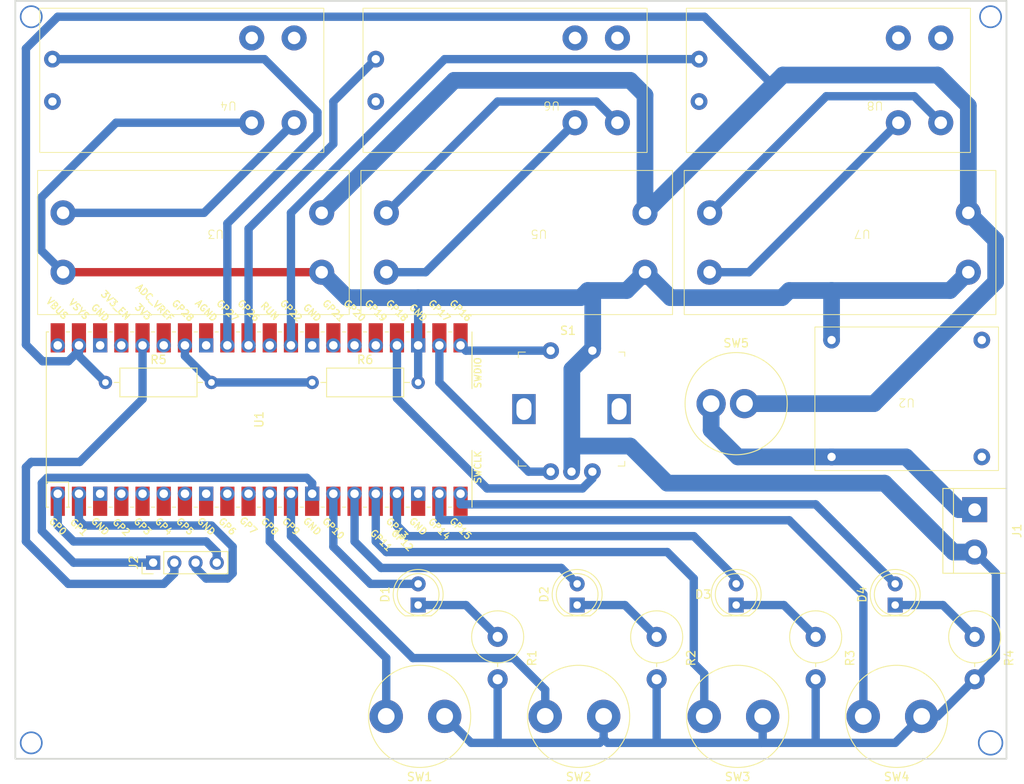
<source format=kicad_pcb>
(kicad_pcb (version 20221018) (generator pcbnew)
  (title_block (title "Drumkit") (date "2024-03-25") (rev "1"))
  (layers (0 "F.Cu" signal) (31 "B.Cu" signal) (34 "B.Paste" user) (35 "F.Paste" user) (36 "B.SilkS" user "B.Silkscreen") (37 "F.SilkS" user "F.Silkscreen") (38 "B.Mask" user) (39 "F.Mask" user) (44 "Edge.Cuts" user))
  (net 0 "")
  (net 1 "Net-(D1-K)")
  (net 2 "Net-(D2-K)")
  (net 3 "Net-(D3-K)")
  (net 4 "Net-(D4-K)")
  (net 5 "Net-(D4-A)")
  (net 6 "Net-(J1-Pin_1)")
  (net 7 "+BATT")
  (net 8 "GND")
  (net 10 "Net-(S1-CH_A)")
  (net 11 "Net-(S1-CH_B)")
  (net 12 "Net-(J2-Pin_4)")
  (net 13 "Net-(J2-Pin_3)")
  (net 14 "+3V3")
  (net 15 "Net-(U1-GPIO27_ADC1)")
  (net 25 "Net-(U1-GPIO26_ADC0)")
  (net 27 "Net-(U1-GPIO22)")
  (net 30 "Net-(U1-GPIO28_ADC2)")
  (net 36 "Net-(U3-Out+)")
  (net 40 "Net-(U5-Out-)")
  (net 41 "Net-(U5-Out+)")
  (net 45 "Net-(U7-Out-)")
  (net 46 "Net-(U7-Out+)")
  (net 51 "Net-(U1-GPIO16)")
  (net 54 "Net-(D1-A)")
  (net 55 "Net-(D2-A)")
  (net 56 "Net-(D3-A)")
  (net 57 "Net-(U1-GPIO8)")
  (net 58 "Net-(U1-GPIO12)")
  (net 59 "Net-(U1-GPIO14)")
  (net 61 "Net-(U1-GPIO9)")
  (net 62 "Net-(J2-Pin_1)")
  (footprint "MCU_RaspberryPi_and_Boards:RPi_Pico_SMD_TH" (layer "F.Cu") (at 114.3 68.58 90)
    (fp_text reference "U1" (at 0 0 90) (layer "F.SilkS"))
    (fp_text value "Pico")
    (fp_text user "GP22" (at 13.054 3.81 135) (layer "F.SilkS") (effects (font (size 0.8 0.8))))
    (fp_text user "GND" (at -12.8 6.35 135) (layer "F.SilkS") (effects (font (size 0.8 0.8))))
    (fp_text user "GP15" (at -13.054 24.13 135) (layer "F.SilkS") (effects (font (size 0.8 0.8))))
    (fp_text user "GP9" (at -12.8 3.81 135) (layer "F.SilkS") (effects (font (size 0.8 0.8))))
    (fp_text user "GP28" (at 13.054 -9.144 135) (layer "F.SilkS") (effects (font (size 0.8 0.8))))
    (fp_text user "3V3_EN" (at 13.7 -17.2 135) (layer "F.SilkS") (effects (font (size 0.8 0.8))))
    (fp_text user "VSYS" (at 13.2 -21.59 135) (layer "F.SilkS") (effects (font (size 0.8 0.8))))
    (fp_text user "GND" (at 12.8 -19.05 135) (layer "F.SilkS") (effects (font (size 0.8 0.8))))
    (fp_text user "GP14" (at -13.1 21.59 135) (layer "F.SilkS") (effects (font (size 0.8 0.8))))
    (fp_text user "GP16" (at 13.054 24.13 135) (layer "F.SilkS") (effects (font (size 0.8 0.8))))
    (fp_text user "GND" (at -12.8 19.05 135) (layer "F.SilkS") (effects (font (size 0.8 0.8))))
    (fp_text user "AGND" (at 13.054 -6.35 135) (layer "F.SilkS") (effects (font (size 0.8 0.8))))
    (fp_text user "GP7" (at -12.7 -1.3 135) (layer "F.SilkS") (effects (font (size 0.8 0.8))))
    (fp_text user "GP0" (at -12.8 -24.13 135) (layer "F.SilkS") (effects (font (size 0.8 0.8))))
    (fp_text user "SWCLK" (at -5.7 26.2 90) (layer "F.SilkS") (effects (font (size 0.8 0.8))))
    (fp_text user "GP21" (at 13.054 8.9 135) (layer "F.SilkS") (effects (font (size 0.8 0.8))))
    (fp_text user "SWDIO" (at 5.6 26.2 90) (layer "F.SilkS") (effects (font (size 0.8 0.8))))
    (fp_text user "GND" (at -12.8 -6.35 135) (layer "F.SilkS") (effects (font (size 0.8 0.8))))
    (fp_text user "GP6" (at -12.8 -3.81 135) (layer "F.SilkS") (effects (font (size 0.8 0.8))))
    (fp_text user "GP17" (at 13.054 21.59 135) (layer "F.SilkS") (effects (font (size 0.8 0.8))))
    (fp_text user "GP18" (at 13.054 16.51 135) (layer "F.SilkS") (effects (font (size 0.8 0.8))))
    (fp_text user "GP12" (at -14.47 17.145 135) (layer "F.SilkS") (effects (font (size 0.8 0.8))))
    (fp_text user "GP20" (at 13.054 11.43 135) (layer "F.SilkS") (effects (font (size 0.8 0.8))))
    (fp_text user "GP11" (at -14.47 14.605 135) (layer "F.SilkS") (effects (font (size 0.8 0.8))))
    (fp_text user "GP10" (at -13.054 8.89 135) (layer "F.SilkS") (effects (font (size 0.8 0.8))))
    (fp_text user "ADC_VREF" (at 14 -12.5 135) (layer "F.SilkS") (effects (font (size 0.8 0.8))))
    (fp_text user "GP4" (at -12.8 -11.43 135) (layer "F.SilkS") (effects (font (size 0.8 0.8))))
    (fp_text user "GP13" (at -13.054 16.51 135) (layer "F.SilkS") (effects (font (size 0.8 0.8))))
    (fp_text user "GP19" (at 13.054 13.97 135) (layer "F.SilkS") (effects (font (size 0.8 0.8))))
    (fp_text user "GP5" (at -12.8 -8.89 135) (layer "F.SilkS") (effects (font (size 0.8 0.8))))
    (fp_text user "GP2" (at -12.9 -16.51 135) (layer "F.SilkS") (effects (font (size 0.8 0.8))))
    (fp_text user "GP3" (at -12.8 -13.97 135) (layer "F.SilkS") (effects (font (size 0.8 0.8))))
    (fp_text user "GP27" (at 13.054 -3.8 135) (layer "F.SilkS") (effects (font (size 0.8 0.8))))
    (fp_text user "GND" (at 12.8 6.35 135) (layer "F.SilkS") (effects (font (size 0.8 0.8))))
    (fp_text user "VBUS" (at 13.3 -24.2 135) (layer "F.SilkS") (effects (font (size 0.8 0.8))))
    (fp_text user "GND" (at 12.8 19.05 135) (layer "F.SilkS") (effects (font (size 0.8 0.8))))
    (fp_text user "GP26" (at 13.054 -1.27 135) (layer "F.SilkS") (effects (font (size 0.8 0.8))))
    (fp_text user "GND" (at -12.8 -19.05 135) (layer "F.SilkS") (effects (font (size 0.8 0.8))))
    (fp_text user "RUN" (at 13 1.27 135) (layer "F.SilkS") (effects (font (size 0.8 0.8))))
    (fp_text user "GP1" (at -12.9 -21.6 135) (layer "F.SilkS") (effects (font (size 0.8 0.8))))
    (fp_text user "GP8" (at -12.8 1.27 135) (layer "F.SilkS") (effects (font (size 0.8 0.8))))
    (fp_text user "3V3" (at 12.9 -13.9 135) (layer "F.SilkS") (effects (font (size 0.8 0.8))))
    (pad "" np_thru_hole oval (at -2.725 -24 90) (size 1.8 1.8) (drill 1.8) (layers "*.Cu" "*.Mask"))
    (pad "" np_thru_hole oval (at -2.425 -20.97 90) (size 1.5 1.5) (drill 1.5) (layers "*.Cu" "*.Mask"))
    (pad "" np_thru_hole oval (at 2.425 -20.97 90) (size 1.5 1.5) (drill 1.5) (layers "*.Cu" "*.Mask"))
    (pad "" np_thru_hole oval (at 2.725 -24 90) (size 1.8 1.8) (drill 1.8) (layers "*.Cu" "*.Mask"))
    (pad "1" thru_hole oval (at -8.89 -24.13 90) (size 1.7 1.7) (drill 1.02) (layers "*.Cu" "*.Mask") (net 12 "Net-(J2-Pin_4)"))
    (pad "1" smd rect (at -8.89 -24.13 90) (size 3.5 1.7) (drill (offset -0.9 0)) (layers "F.Cu" "F.Mask") (net 12 "Net-(J2-Pin_4)"))
    (pad "2" thru_hole oval (at -8.89 -21.59 90) (size 1.7 1.7) (drill 1.02) (layers "*.Cu" "*.Mask") (net 13 "Net-(J2-Pin_3)"))
    (pad "2" smd rect (at -8.89 -21.59 90) (size 3.5 1.7) (drill (offset -0.9 0)) (layers "F.Cu" "F.Mask") (net 13 "Net-(J2-Pin_3)"))
    (pad "3" thru_hole rect (at -8.89 -19.05 90) (size 1.7 1.7) (drill 1.02) (layers "*.Cu" "*.Mask"))
    (pad "3" smd rect (at -8.89 -19.05 90) (size 3.5 1.7) (drill (offset -0.9 0)) (layers "F.Cu" "F.Mask"))
    (pad "4" thru_hole oval (at -8.89 -16.51 90) (size 1.7 1.7) (drill 1.02) (layers "*.Cu" "*.Mask"))
    (pad "4" smd rect (at -8.89 -16.51 90) (size 3.5 1.7) (drill (offset -0.9 0)) (layers "F.Cu" "F.Mask"))
    (pad "5" thru_hole oval (at -8.89 -13.97 90) (size 1.7 1.7) (drill 1.02) (layers "*.Cu" "*.Mask"))
    (pad "5" smd rect (at -8.89 -13.97 90) (size 3.5 1.7) (drill (offset -0.9 0)) (layers "F.Cu" "F.Mask"))
    (pad "6" thru_hole oval (at -8.89 -11.43 90) (size 1.7 1.7) (drill 1.02) (layers "*.Cu" "*.Mask"))
    (pad "6" smd rect (at -8.89 -11.43 90) (size 3.5 1.7) (drill (offset -0.9 0)) (layers "F.Cu" "F.Mask"))
    (pad "7" thru_hole oval (at -8.89 -8.89 90) (size 1.7 1.7) (drill 1.02) (layers "*.Cu" "*.Mask"))
    (pad "7" smd rect (at -8.89 -8.89 90) (size 3.5 1.7) (drill (offset -0.9 0)) (layers "F.Cu" "F.Mask"))
    (pad "8" thru_hole rect (at -8.89 -6.35 90) (size 1.7 1.7) (drill 1.02) (layers "*.Cu" "*.Mask"))
    (pad "8" smd rect (at -8.89 -6.35 90) (size 3.5 1.7) (drill (offset -0.9 0)) (layers "F.Cu" "F.Mask"))
    (pad "9" thru_hole oval (at -8.89 -3.81 90) (size 1.7 1.7) (drill 1.02) (layers "*.Cu" "*.Mask"))
    (pad "9" smd rect (at -8.89 -3.81 90) (size 3.5 1.7) (drill (offset -0.9 0)) (layers "F.Cu" "F.Mask"))
    (pad "10" thru_hole oval (at -8.89 -1.27 90) (size 1.7 1.7) (drill 1.02) (layers "*.Cu" "*.Mask"))
    (pad "10" smd rect (at -8.89 -1.27 90) (size 3.5 1.7) (drill (offset -0.9 0)) (layers "F.Cu" "F.Mask"))
    (pad "11" thru_hole oval (at -8.89 1.27 90) (size 1.7 1.7) (drill 1.02) (layers "*.Cu" "*.Mask") (net 57 "Net-(U1-GPIO8)"))
    (pad "11" smd rect (at -8.89 1.27 90) (size 3.5 1.7) (drill (offset -0.9 0)) (layers "F.Cu" "F.Mask") (net 57 "Net-(U1-GPIO8)"))
    (pad "12" thru_hole oval (at -8.89 3.81 90) (size 1.7 1.7) (drill 1.02) (layers "*.Cu" "*.Mask") (net 61 "Net-(U1-GPIO9)"))
    (pad "12" smd rect (at -8.89 3.81 90) (size 3.5 1.7) (drill (offset -0.9 0)) (layers "F.Cu" "F.Mask") (net 61 "Net-(U1-GPIO9)"))
    (pad "13" thru_hole rect (at -8.89 6.35 90) (size 1.7 1.7) (drill 1.02) (layers "*.Cu" "*.Mask") (net 62 "Net-(J2-Pin_1)"))
    (pad "13" smd rect (at -8.89 6.35 90) (size 3.5 1.7) (drill (offset -0.9 0)) (layers "F.Cu" "F.Mask") (net 62 "Net-(J2-Pin_1)"))
    (pad "14" thru_hole oval (at -8.89 8.89 90) (size 1.7 1.7) (drill 1.02) (layers "*.Cu" "*.Mask") (net 54 "Net-(D1-A)"))
    (pad "14" smd rect (at -8.89 8.89 90) (size 3.5 1.7) (drill (offset -0.9 0)) (layers "F.Cu" "F.Mask") (net 54 "Net-(D1-A)"))
    (pad "15" thru_hole oval (at -8.89 11.43 90) (size 1.7 1.7) (drill 1.02) (layers "*.Cu" "*.Mask") (net 55 "Net-(D2-A)"))
    (pad "15" smd rect (at -8.89 11.43 90) (size 3.5 1.7) (drill (offset -0.9 0)) (layers "F.Cu" "F.Mask") (net 55 "Net-(D2-A)"))
    (pad "16" thru_hole oval (at -8.89 13.97 90) (size 1.7 1.7) (drill 1.02) (layers "*.Cu" "*.Mask") (net 58 "Net-(U1-GPIO12)"))
    (pad "16" smd rect (at -8.89 13.97 90) (size 3.5 1.7) (drill (offset -0.9 0)) (layers "F.Cu" "F.Mask") (net 58 "Net-(U1-GPIO12)"))
    (pad "17" thru_hole oval (at -8.89 16.51 90) (size 1.7 1.7) (drill 1.02) (layers "*.Cu" "*.Mask") (net 56 "Net-(D3-A)"))
    (pad "17" smd rect (at -8.89 16.51 90) (size 3.5 1.7) (drill (offset -0.9 0)) (layers "F.Cu" "F.Mask") (net 56 "Net-(D3-A)"))
    (pad "18" thru_hole rect (at -8.89 19.05 90) (size 1.7 1.7) (drill 1.02) (layers "*.Cu" "*.Mask"))
    (pad "18" smd rect (at -8.89 19.05 90) (size 3.5 1.7) (drill (offset -0.9 0)) (layers "F.Cu" "F.Mask"))
    (pad "19" thru_hole oval (at -8.89 21.59 90) (size 1.7 1.7) (drill 1.02) (layers "*.Cu" "*.Mask") (net 59 "Net-(U1-GPIO14)"))
    (pad "19" smd rect (at -8.89 21.59 90) (size 3.5 1.7) (drill (offset -0.9 0)) (layers "F.Cu" "F.Mask") (net 59 "Net-(U1-GPIO14)"))
    (pad "20" thru_hole oval (at -8.89 24.13 90) (size 1.7 1.7) (drill 1.02) (layers "*.Cu" "*.Mask") (net 5 "Net-(D4-A)"))
    (pad "20" smd rect (at -8.89 24.13 90) (size 3.5 1.7) (drill (offset -0.9 0)) (layers "F.Cu" "F.Mask") (net 5 "Net-(D4-A)"))
    (pad "21" thru_hole oval (at 8.89 24.13 90) (size 1.7 1.7) (drill 1.02) (layers "*.Cu" "*.Mask") (net 51 "Net-(U1-GPIO16)"))
    (pad "21" smd rect (at 8.89 24.13 90) (size 3.5 1.7) (drill (offset 0.9 0)) (layers "F.Cu" "F.Mask") (net 51 "Net-(U1-GPIO16)"))
    (pad "22" thru_hole oval (at 8.89 21.59 90) (size 1.7 1.7) (drill 1.02) (layers "*.Cu" "*.Mask") (net 10 "Net-(S1-CH_A)"))
    (pad "22" smd rect (at 8.89 21.59 90) (size 3.5 1.7) (drill (offset 0.9 0)) (layers "F.Cu" "F.Mask") (net 10 "Net-(S1-CH_A)"))
    (pad "23" thru_hole rect (at 8.89 19.05 90) (size 1.7 1.7) (drill 1.02) (layers "*.Cu" "*.Mask") (net 8 "GND"))
    (pad "23" smd rect (at 8.89 19.05 90) (size 3.5 1.7) (drill (offset 0.9 0)) (layers "F.Cu" "F.Mask") (net 8 "GND"))
    (pad "24" thru_hole oval (at 8.89 16.51 90) (size 1.7 1.7) (drill 1.02) (layers "*.Cu" "*.Mask") (net 11 "Net-(S1-CH_B)"))
    (pad "24" smd rect (at 8.89 16.51 90) (size 3.5 1.7) (drill (offset 0.9 0)) (layers "F.Cu" "F.Mask") (net 11 "Net-(S1-CH_B)"))
    (pad "25" thru_hole oval (at 8.89 13.97 90) (size 1.7 1.7) (drill 1.02) (layers "*.Cu" "*.Mask"))
    (pad "25" smd rect (at 8.89 13.97 90) (size 3.5 1.7) (drill (offset 0.9 0)) (layers "F.Cu" "F.Mask"))
    (pad "26" thru_hole oval (at 8.89 11.43 90) (size 1.7 1.7) (drill 1.02) (layers "*.Cu" "*.Mask"))
    (pad "26" smd rect (at 8.89 11.43 90) (size 3.5 1.7) (drill (offset 0.9 0)) (layers "F.Cu" "F.Mask"))
    (pad "27" thru_hole oval (at 8.89 8.89 90) (size 1.7 1.7) (drill 1.02) (layers "*.Cu" "*.Mask"))
    (pad "27" smd rect (at 8.89 8.89 90) (size 3.5 1.7) (drill (offset 0.9 0)) (layers "F.Cu" "F.Mask"))
    (pad "28" thru_hole rect (at 8.89 6.35 90) (size 1.7 1.7) (drill 1.02) (layers "*.Cu" "*.Mask"))
    (pad "28" smd rect (at 8.89 6.35 90) (size 3.5 1.7) (drill (offset 0.9 0)) (layers "F.Cu" "F.Mask"))
    (pad "29" thru_hole oval (at 8.89 3.81 90) (size 1.7 1.7) (drill 1.02) (layers "*.Cu" "*.Mask") (net 27 "Net-(U1-GPIO22)"))
    (pad "29" smd rect (at 8.89 3.81 90) (size 3.5 1.7) (drill (offset 0.9 0)) (layers "F.Cu" "F.Mask") (net 27 "Net-(U1-GPIO22)"))
    (pad "30" thru_hole oval (at 8.89 1.27 90) (size 1.7 1.7) (drill 1.02) (layers "*.Cu" "*.Mask"))
    (pad "30" smd rect (at 8.89 1.27 90) (size 3.5 1.7) (drill (offset 0.9 0)) (layers "F.Cu" "F.Mask"))
    (pad "31" thru_hole oval (at 8.89 -1.27 90) (size 1.7 1.7) (drill 1.02) (layers "*.Cu" "*.Mask") (net 25 "Net-(U1-GPIO26_ADC0)"))
    (pad "31" smd rect (at 8.89 -1.27 90) (size 3.5 1.7) (drill (offset 0.9 0)) (layers "F.Cu" "F.Mask") (net 25 "Net-(U1-GPIO26_ADC0)"))
    (pad "32" thru_hole oval (at 8.89 -3.81 90) (size 1.7 1.7) (drill 1.02) (layers "*.Cu" "*.Mask") (net 15 "Net-(U1-GPIO27_ADC1)"))
    (pad "32" smd rect (at 8.89 -3.81 90) (size 3.5 1.7) (drill (offset 0.9 0)) (layers "F.Cu" "F.Mask") (net 15 "Net-(U1-GPIO27_ADC1)"))
    (pad "33" thru_hole rect (at 8.89 -6.35 90) (size 1.7 1.7) (drill 1.02) (layers "*.Cu" "*.Mask"))
    (pad "33" smd rect (at 8.89 -6.35 90) (size 3.5 1.7) (drill (offset 0.9 0)) (layers "F.Cu" "F.Mask"))
    (pad "34" thru_hole oval (at 8.89 -8.89 90) (size 1.7 1.7) (drill 1.02) (layers "*.Cu" "*.Mask") (net 30 "Net-(U1-GPIO28_ADC2)"))
    (pad "34" smd rect (at 8.89 -8.89 90) (size 3.5 1.7) (drill (offset 0.9 0)) (layers "F.Cu" "F.Mask") (net 30 "Net-(U1-GPIO28_ADC2)"))
    (pad "35" thru_hole oval (at 8.89 -11.43 90) (size 1.7 1.7) (drill 1.02) (layers "*.Cu" "*.Mask"))
    (pad "35" smd rect (at 8.89 -11.43 90) (size 3.5 1.7) (drill (offset 0.9 0)) (layers "F.Cu" "F.Mask"))
    (pad "36" thru_hole oval (at 8.89 -13.97 90) (size 1.7 1.7) (drill 1.02) (layers "*.Cu" "*.Mask") (net 14 "+3V3"))
    (pad "36" smd rect (at 8.89 -13.97 90) (size 3.5 1.7) (drill (offset 0.9 0)) (layers "F.Cu" "F.Mask") (net 14 "+3V3"))
    (pad "37" thru_hole oval (at 8.89 -16.51 90) (size 1.7 1.7) (drill 1.02) (layers "*.Cu" "*.Mask"))
    (pad "37" smd rect (at 8.89 -16.51 90) (size 3.5 1.7) (drill (offset 0.9 0)) (layers "F.Cu" "F.Mask"))
    (pad "38" thru_hole rect (at 8.89 -19.05 90) (size 1.7 1.7) (drill 1.02) (layers "*.Cu" "*.Mask"))
    (pad "38" smd rect (at 8.89 -19.05 90) (size 3.5 1.7) (drill (offset 0.9 0)) (layers "F.Cu" "F.Mask"))
    (pad "39" thru_hole oval (at 8.89 -21.59 90) (size 1.7 1.7) (drill 1.02) (layers "*.Cu" "*.Mask") (net 7 "+BATT"))
    (pad "39" smd rect (at 8.89 -21.59 90) (size 3.5 1.7) (drill (offset 0.9 0)) (layers "F.Cu" "F.Mask") (net 7 "+BATT"))
    (pad "40" thru_hole oval (at 8.89 -24.13 90) (size 1.7 1.7) (drill 1.02) (layers "*.Cu" "*.Mask"))
    (pad "40" smd rect (at 8.89 -24.13 90) (size 3.5 1.7) (drill (offset 0.9 0)) (layers "F.Cu" "F.Mask"))
  )
  (footprint "LED_THT:LED_D5.0mm" (layer "F.Cu") (at 171.45 90.805 90)
    (fp_text reference "D3" (at 1.27 -3.96 180) (layer "F.SilkS"))
    (fp_text value "LED3")
    (pad "1" thru_hole rect (at 0 0 90) (size 1.8 1.8) (drill 0.9) (layers "*.Cu" "*.Mask") (net 3 "Net-(D3-K)"))
    (pad "2" thru_hole circle (at 2.54 0 90) (size 1.8 1.8) (drill 0.9) (layers "*.Cu" "*.Mask") (net 56 "Net-(D3-A)"))
  )
  (footprint "Inductor_THT:L_Radial_D12.0mm_P6.00mm_MuRATA_1900R" (layer "F.Cu") (at 155.575 104.14 180)
    (fp_text reference "SW2" (at 3 -7.25) (layer "F.SilkS"))
    (fp_text value "BUTTON2")
    (pad "1" thru_hole circle (at 0 0 180) (size 4 4) (drill 2) (layers "*.Cu" "*.Mask") (net 8 "GND"))
    (pad "2" thru_hole circle (at 7 0 180) (size 4 4) (drill 2) (layers "*.Cu" "*.Mask") (net 61 "Net-(U1-GPIO9)"))
  )
  (footprint "Resistor_THT:R_Axial_DIN0617_L17.0mm_D6.0mm_P5.08mm_Vertical" (layer "F.Cu") (at 200.025 94.615 -90)
    (fp_text reference "R4" (at 2.54 -4.12 90) (layer "F.SilkS"))
    (fp_text value "R")
    (pad "1" thru_hole circle (at 0 0 270) (size 2.4 2.4) (drill 1.2) (layers "*.Cu" "*.Mask") (net 4 "Net-(D4-K)"))
    (pad "2" thru_hole oval (at 5.08 0 270) (size 2.4 2.4) (drill 1.2) (layers "*.Cu" "*.Mask") (net 8 "GND"))
  )
  (footprint "Connector_PinHeader_2.54mm:PinHeader_1x04_P2.54mm_Vertical" (layer "F.Cu") (at 101.6 85.725 90)
    (fp_text reference "J2" (at 0 -2.33 90) (layer "F.SilkS"))
    (fp_text value "Conn_01x04_Female")
    (pad "1" thru_hole rect (at 0 0 90) (size 1.7 1.7) (drill 1) (layers "*.Cu" "*.Mask") (net 62 "Net-(J2-Pin_1)"))
    (pad "2" thru_hole oval (at 0 2.54 90) (size 1.7 1.7) (drill 1) (layers "*.Cu" "*.Mask") (net 14 "+3V3"))
    (pad "3" thru_hole oval (at 0 5.08 90) (size 1.7 1.7) (drill 1) (layers "*.Cu" "*.Mask") (net 13 "Net-(J2-Pin_3)"))
    (pad "4" thru_hole oval (at 0 7.62 90) (size 1.7 1.7) (drill 1) (layers "*.Cu" "*.Mask") (net 12 "Net-(J2-Pin_4)"))
  )
  (footprint "Resistor_THT:R_Axial_DIN0617_L17.0mm_D6.0mm_P5.08mm_Vertical" (layer "F.Cu") (at 142.875 94.615 -90)
    (fp_text reference "R1" (at 2.54 -4.12 90) (layer "F.SilkS"))
    (fp_text value "R")
    (pad "1" thru_hole circle (at 0 0 270) (size 2.4 2.4) (drill 1.2) (layers "*.Cu" "*.Mask") (net 1 "Net-(D1-K)"))
    (pad "2" thru_hole oval (at 5.08 0 270) (size 2.4 2.4) (drill 1.2) (layers "*.Cu" "*.Mask") (net 8 "GND"))
  )
  (footprint "chinese_modules:charger" (layer "F.Cu") (at 191.88 66.055 180)
    (fp_text reference "U2" (at 0 -0.5 180 unlocked) (layer "F.SilkS") (effects (font (thickness 0.1))))
    (fp_text value "~")
    (pad "1" thru_hole circle (at -9 -7 180) (size 2 2) (drill 1) (layers "*.Cu" "*.Mask"))
    (pad "2" thru_hole circle (at -9 7 180) (size 2 2) (drill 1) (layers "*.Cu" "*.Mask"))
    (pad "3" thru_hole circle (at 9 -7 180) (size 2 2) (drill 1) (layers "*.Cu" "*.Mask") (net 6 "Net-(J1-Pin_1)"))
    (pad "4" thru_hole circle (at 9 7 180) (size 2 2) (drill 1) (layers "*.Cu" "*.Mask") (net 8 "GND"))
  )
  (footprint "digikey-footprints:Rotary_Encoder_Switched_PEC11R" (layer "F.Cu") (at 146.025 67.325)
    (fp_text reference "S1" (at 5.275 -9.4) (layer "F.SilkS"))
    (fp_text value "ENCODER")
    (pad "1" thru_hole circle (at 3.2 -7) (size 2 2) (drill 1) (layers "*.Cu" "*.Mask") (net 51 "Net-(U1-GPIO16)"))
    (pad "2" thru_hole circle (at 8.2 -7) (size 2 2) (drill 1) (layers "*.Cu" "*.Mask") (net 8 "GND"))
    (pad "3" thru_hole rect (at 0 0) (size 2.8 3.6) (drill oval 1.8 2.6) (layers "*.Cu" "*.Mask"))
    (pad "3" thru_hole rect (at 11.4 0) (size 2.8 3.6) (drill oval 1.8 2.6) (layers "*.Cu" "*.Mask"))
    (pad "A" thru_hole circle (at 3.2 7.5) (size 2 2) (drill 1) (layers "*.Cu" "*.Mask") (net 10 "Net-(S1-CH_A)"))
    (pad "B" thru_hole circle (at 8.2 7.5) (size 2 2) (drill 1) (layers "*.Cu" "*.Mask") (net 11 "Net-(S1-CH_B)"))
    (pad "C" thru_hole circle (at 5.7 7.5) (size 2 2) (drill 1) (layers "*.Cu" "*.Mask") (net 8 "GND"))
  )
  (footprint "chinese_modules:dc-dc module" (layer "F.Cu") (at 186.563 45.847 180)
    (fp_text reference "U7" (at 0 -0.5 180 unlocked) (layer "F.SilkS") (effects (font (thickness 0.1))))
    (fp_text value "~")
    (pad "1" thru_hole circle (at -12.7 -5.08 180) (size 3 3) (drill 1.5) (layers "*.Cu" "*.Mask") (net 8 "GND"))
    (pad "2" thru_hole circle (at -12.7 2.032 180) (size 3 3) (drill 1.5) (layers "*.Cu" "*.Mask") (net 7 "+BATT"))
    (pad "3" thru_hole circle (at 18.288 -5.08 180) (size 3 3) (drill 1.5) (layers "*.Cu" "*.Mask") (net 45 "Net-(U7-Out-)"))
    (pad "4" thru_hole circle (at 18.288 2.032 180) (size 3 3) (drill 1.5) (layers "*.Cu" "*.Mask") (net 46 "Net-(U7-Out+)"))
  )
  (footprint "Inductor_THT:L_Radial_D12.0mm_P6.00mm_MuRATA_1900R" (layer "F.Cu") (at 168.45 66.675)
    (fp_text reference "SW5" (at 3 -7.25) (layer "F.SilkS"))
    (fp_text value "POWER_SW")
    (pad "1" thru_hole circle (at 0 0) (size 3.5 3.5) (drill 2) (layers "*.Cu" "*.Mask") (net 6 "Net-(J1-Pin_1)"))
    (pad "2" thru_hole circle (at 4 0) (size 3.5 3.5) (drill 2) (layers "*.Cu" "*.Mask") (net 7 "+BATT"))
  )
  (footprint "chinese_modules:xy-mos" (layer "F.Cu") (at 199.517 19.304 180)
    (fp_text reference "U8" (at 11.43 -11.676 180 unlocked) (layer "F.SilkS") (effects (font (thickness 0.1))))
    (fp_text value "~")
    (pad "1" thru_hole circle (at 3.556 -13.716 180) (size 3 3) (drill 1.5) (layers "*.Cu" "*.Mask") (net 46 "Net-(U7-Out+)"))
    (pad "2" thru_hole circle (at 8.636 -13.716 180) (size 3 3) (drill 1.5) (layers "*.Cu" "*.Mask") (net 45 "Net-(U7-Out-)"))
    (pad "3" thru_hole circle (at 3.556 -3.556 180) (size 3 3) (drill 1.5) (layers "*.Cu" "*.Mask"))
    (pad "4" thru_hole circle (at 8.636 -3.556 180) (size 3 3) (drill 1.5) (layers "*.Cu" "*.Mask"))
    (pad "5" thru_hole circle (at 32.512 -11.176 180) (size 2 2) (drill 1) (layers "*.Cu" "*.Mask"))
    (pad "6" thru_hole circle (at 32.512 -6.096 180) (size 2 2) (drill 1) (layers "*.Cu" "*.Mask") (net 27 "Net-(U1-GPIO22)"))
  )
  (footprint "TerminalBlock:TerminalBlock_bornier-2_P5.08mm" (layer "F.Cu") (at 200.025 79.375 -90)
    (fp_text reference "J1" (at 2.54 -5.08 90) (layer "F.SilkS"))
    (fp_text value "BATTERY")
    (pad "1" thru_hole rect (at 0 0 270) (size 3 3) (drill 1.52) (layers "*.Cu" "*.Mask") (net 6 "Net-(J1-Pin_1)"))
    (pad "2" thru_hole circle (at 5.08 0 270) (size 3 3) (drill 1.52) (layers "*.Cu" "*.Mask") (net 8 "GND"))
  )
  (footprint "chinese_modules:xy-mos" (layer "F.Cu") (at 160.782 19.304 180)
    (fp_text reference "U6" (at 11.43 -11.676 180 unlocked) (layer "F.SilkS") (effects (font (thickness 0.1))))
    (fp_text value "~")
    (pad "1" thru_hole circle (at 3.556 -13.716 180) (size 3 3) (drill 1.5) (layers "*.Cu" "*.Mask") (net 41 "Net-(U5-Out+)"))
    (pad "2" thru_hole circle (at 8.636 -13.716 180) (size 3 3) (drill 1.5) (layers "*.Cu" "*.Mask") (net 40 "Net-(U5-Out-)"))
    (pad "3" thru_hole circle (at 3.556 -3.556 180) (size 3 3) (drill 1.5) (layers "*.Cu" "*.Mask"))
    (pad "4" thru_hole circle (at 8.636 -3.556 180) (size 3 3) (drill 1.5) (layers "*.Cu" "*.Mask"))
    (pad "5" thru_hole circle (at 32.512 -11.176 180) (size 2 2) (drill 1) (layers "*.Cu" "*.Mask"))
    (pad "6" thru_hole circle (at 32.512 -6.096 180) (size 2 2) (drill 1) (layers "*.Cu" "*.Mask") (net 25 "Net-(U1-GPIO26_ADC0)"))
  )
  (footprint "Inductor_THT:L_Radial_D12.0mm_P6.00mm_MuRATA_1900R" (layer "F.Cu") (at 136.525 104.14 180)
    (fp_text reference "SW1" (at 3 -7.25) (layer "F.SilkS"))
    (fp_text value "BUTTON1")
    (pad "1" thru_hole circle (at 0 0 180) (size 4 4) (drill 2) (layers "*.Cu" "*.Mask") (net 8 "GND"))
    (pad "2" thru_hole circle (at 7 0 180) (size 4 4) (drill 2) (layers "*.Cu" "*.Mask") (net 57 "Net-(U1-GPIO8)"))
  )
  (footprint "LED_THT:LED_D5.0mm" (layer "F.Cu") (at 133.35 90.805 90)
    (fp_text reference "D1" (at 1.27 -3.96 90) (layer "F.SilkS"))
    (fp_text value "LED1")
    (pad "1" thru_hole rect (at 0 0 90) (size 1.8 1.8) (drill 0.9) (layers "*.Cu" "*.Mask") (net 1 "Net-(D1-K)"))
    (pad "2" thru_hole circle (at 2.54 0 90) (size 1.8 1.8) (drill 0.9) (layers "*.Cu" "*.Mask") (net 54 "Net-(D1-A)"))
  )
  (footprint "LED_THT:LED_D5.0mm" (layer "F.Cu") (at 190.5 90.805 90)
    (fp_text reference "D4" (at 1.27 -3.96 90) (layer "F.SilkS"))
    (fp_text value "LED4")
    (pad "1" thru_hole rect (at 0 0 90) (size 1.8 1.8) (drill 0.9) (layers "*.Cu" "*.Mask") (net 4 "Net-(D4-K)"))
    (pad "2" thru_hole circle (at 2.54 0 90) (size 1.8 1.8) (drill 0.9) (layers "*.Cu" "*.Mask") (net 5 "Net-(D4-A)"))
  )
  (footprint "Resistor_THT:R_Axial_DIN0617_L17.0mm_D6.0mm_P5.08mm_Vertical" (layer "F.Cu") (at 180.975 94.615 -90)
    (fp_text reference "R3" (at 2.54 -4.12 90) (layer "F.SilkS"))
    (fp_text value "R")
    (pad "1" thru_hole circle (at 0 0 270) (size 2.4 2.4) (drill 1.2) (layers "*.Cu" "*.Mask") (net 3 "Net-(D3-K)"))
    (pad "2" thru_hole oval (at 5.08 0 270) (size 2.4 2.4) (drill 1.2) (layers "*.Cu" "*.Mask") (net 8 "GND"))
  )
  (footprint "Resistor_THT:R_Axial_DIN0309_L9.0mm_D3.2mm_P12.70mm_Horizontal" (layer "F.Cu") (at 120.65 64.135)
    (fp_text reference "R6" (at 6.35 -2.72) (layer "F.SilkS"))
    (fp_text value "R")
    (pad "1" thru_hole circle (at 0 0) (size 1.6 1.6) (drill 0.8) (layers "*.Cu" "*.Mask") (net 30 "Net-(U1-GPIO28_ADC2)"))
    (pad "2" thru_hole oval (at 12.7 0) (size 1.6 1.6) (drill 0.8) (layers "*.Cu" "*.Mask") (net 8 "GND"))
  )
  (footprint "LED_THT:LED_D5.0mm" (layer "F.Cu") (at 152.4 90.805 90)
    (fp_text reference "D2" (at 1.27 -3.96 90) (layer "F.SilkS"))
    (fp_text value "LED2")
    (pad "1" thru_hole rect (at 0 0 90) (size 1.8 1.8) (drill 0.9) (layers "*.Cu" "*.Mask") (net 2 "Net-(D2-K)"))
    (pad "2" thru_hole circle (at 2.54 0 90) (size 1.8 1.8) (drill 0.9) (layers "*.Cu" "*.Mask") (net 55 "Net-(D2-A)"))
  )
  (footprint "Inductor_THT:L_Radial_D12.0mm_P6.00mm_MuRATA_1900R" (layer "F.Cu") (at 174.625 104.14 180)
    (fp_text reference "SW3" (at 3 -7.25) (layer "F.SilkS"))
    (fp_text value "BUTTON3")
    (pad "1" thru_hole circle (at 0 0 180) (size 4 4) (drill 2) (layers "*.Cu" "*.Mask") (net 8 "GND"))
    (pad "2" thru_hole circle (at 7 0 180) (size 4 4) (drill 2) (layers "*.Cu" "*.Mask") (net 58 "Net-(U1-GPIO12)"))
  )
  (footprint "Resistor_THT:R_Axial_DIN0617_L17.0mm_D6.0mm_P5.08mm_Vertical" (layer "F.Cu") (at 161.925 94.615 -90)
    (fp_text reference "R2" (at 2.54 -4.12 90) (layer "F.SilkS"))
    (fp_text value "R")
    (pad "1" thru_hole circle (at 0 0 270) (size 2.4 2.4) (drill 1.2) (layers "*.Cu" "*.Mask") (net 2 "Net-(D2-K)"))
    (pad "2" thru_hole oval (at 5.08 0 270) (size 2.4 2.4) (drill 1.2) (layers "*.Cu" "*.Mask") (net 8 "GND"))
  )
  (footprint "chinese_modules:dc-dc module" (layer "F.Cu") (at 147.828 45.847 180)
    (fp_text reference "U5" (at 0 -0.5 180 unlocked) (layer "F.SilkS") (effects (font (thickness 0.1))))
    (fp_text value "~")
    (pad "1" thru_hole circle (at -12.7 -5.08 180) (size 3 3) (drill 1.5) (layers "*.Cu" "*.Mask") (net 8 "GND"))
    (pad "2" thru_hole circle (at -12.7 2.032 180) (size 3 3) (drill 1.5) (layers "*.Cu" "*.Mask") (net 7 "+BATT"))
    (pad "3" thru_hole circle (at 18.288 -5.08 180) (size 3 3) (drill 1.5) (layers "*.Cu" "*.Mask") (net 40 "Net-(U5-Out-)"))
    (pad "4" thru_hole circle (at 18.288 2.032 180) (size 3 3) (drill 1.5) (layers "*.Cu" "*.Mask") (net 41 "Net-(U5-Out+)"))
  )
  (footprint "chinese_modules:xy-mos" (layer "F.Cu") (at 122.047 19.304 180)
    (fp_text reference "U4" (at 11.43 -11.676 180 unlocked) (layer "F.SilkS") (effects (font (thickness 0.1))))
    (fp_text value "~")
    (pad "1" thru_hole circle (at 3.556 -13.716 180) (size 3 3) (drill 1.5) (layers "*.Cu" "*.Mask") (net 36 "Net-(U3-Out+)"))
    (pad "2" thru_hole circle (at 8.636 -13.716 180) (size 3 3) (drill 1.5) (layers "*.Cu" "*.Mask") (net 8 "GND"))
    (pad "3" thru_hole circle (at 3.556 -3.556 180) (size 3 3) (drill 1.5) (layers "*.Cu" "*.Mask"))
    (pad "4" thru_hole circle (at 8.636 -3.556 180) (size 3 3) (drill 1.5) (layers "*.Cu" "*.Mask"))
    (pad "5" thru_hole circle (at 32.512 -11.176 180) (size 2 2) (drill 1) (layers "*.Cu" "*.Mask"))
    (pad "6" thru_hole circle (at 32.512 -6.096 180) (size 2 2) (drill 1) (layers "*.Cu" "*.Mask") (net 15 "Net-(U1-GPIO27_ADC1)"))
  )
  (footprint "Inductor_THT:L_Radial_D12.0mm_P6.00mm_MuRATA_1900R" (layer "F.Cu") (at 193.675 104.14 180)
    (fp_text reference "SW4" (at 3 -7.25) (layer "F.SilkS"))
    (fp_text value "BUTTON4")
    (pad "1" thru_hole circle (at 0 0 180) (size 4 4) (drill 2) (layers "*.Cu" "*.Mask") (net 8 "GND"))
    (pad "2" thru_hole circle (at 7 0 180) (size 4 4) (drill 2) (layers "*.Cu" "*.Mask") (net 59 "Net-(U1-GPIO14)"))
  )
  (footprint "Resistor_THT:R_Axial_DIN0309_L9.0mm_D3.2mm_P12.70mm_Horizontal" (layer "F.Cu") (at 95.885 64.135)
    (fp_text reference "R5" (at 6.35 -2.72) (layer "F.SilkS"))
    (fp_text value "R")
    (pad "1" thru_hole circle (at 0 0) (size 1.6 1.6) (drill 0.8) (layers "*.Cu" "*.Mask") (net 7 "+BATT"))
    (pad "2" thru_hole oval (at 12.7 0) (size 1.6 1.6) (drill 0.8) (layers "*.Cu" "*.Mask") (net 30 "Net-(U1-GPIO28_ADC2)"))
  )
  (footprint "chinese_modules:dc-dc module" (layer "F.Cu") (at 109.093 45.847 180)
    (fp_text reference "U3" (at 0 -0.5 180 unlocked) (layer "F.SilkS") (effects (font (thickness 0.1))))
    (fp_text value "~")
    (pad "1" thru_hole circle (at -12.7 -5.08 180) (size 3 3) (drill 1.5) (layers "*.Cu" "*.Mask") (net 8 "GND"))
    (pad "2" thru_hole circle (at -12.7 2.032 180) (size 3 3) (drill 1.5) (layers "*.Cu" "*.Mask") (net 7 "+BATT"))
    (pad "3" thru_hole circle (at 18.288 -5.08 180) (size 3 3) (drill 1.5) (layers "*.Cu" "*.Mask") (net 8 "GND"))
    (pad "4" thru_hole circle (at 18.288 2.032 180) (size 3 3) (drill 1.5) (layers "*.Cu" "*.Mask") (net 36 "Net-(U3-Out+)"))
  )
  (gr_circle (center 86.995 107.315) (end 88.265 107.315) (stroke (width 0.2)) (fill none) (layer "B.Cu"))
  (gr_circle (center 201.93 20.32) (end 203.2 20.32) (stroke (width 0.2)) (fill none) (layer "B.Cu"))
  (gr_circle (center 201.93 107.315) (end 203.2 106.68) (stroke (width 0.2)) (fill none) (layer "B.Cu"))
  (gr_circle (center 86.995 20.32) (end 88.265 20.32) (stroke (width 0.2)) (fill none) (layer "B.Cu"))
  (gr_rect (start 85.09 18.415) (end 203.835 109.22) (stroke (width 0.2)) (fill none) (layer "Edge.Cuts"))
  (segment (start 139.065 90.805) (end 142.875 94.615) (width 1) (layer "B.Cu") (net 1))
  (segment (start 133.35 90.805) (end 139.065 90.805) (width 1) (layer "B.Cu") (net 1))
  (segment (start 158.115 90.805) (end 161.925 94.615) (width 1) (layer "B.Cu") (net 2))
  (segment (start 152.4 90.805) (end 158.115 90.805) (width 1) (layer "B.Cu") (net 2))
  (segment (start 177.165 90.805) (end 180.975 94.615) (width 1) (layer "B.Cu") (net 3))
  (segment (start 171.45 90.805) (end 177.165 90.805) (width 1) (layer "B.Cu") (net 3))
  (segment (start 190.5 90.805) (end 196.215 90.805) (width 1) (layer "B.Cu") (net 4))
  (segment (start 196.215 90.805) (end 200.025 94.615) (width 1) (layer "B.Cu") (net 4))
  (segment (start 138.43 78.74) (end 138.43 77.47) (width 1) (layer "B.Cu") (net 5))
  (segment (start 190.5 88.265) (end 180.975 78.74) (width 1) (layer "B.Cu") (net 5))
  (segment (start 180.975 78.74) (end 138.43 78.74) (width 1) (layer "B.Cu") (net 5))
  (segment (start 168.45 66.675) (end 168.45 69.85) (width 2) (layer "B.Cu") (net 6))
  (segment (start 182.88 73.055) (end 191.8 73.055) (width 2) (layer "B.Cu") (net 6))
  (segment (start 171.655 73.055) (end 168.45 69.85) (width 2) (layer "B.Cu") (net 6))
  (segment (start 191.8 73.055) (end 198.12 79.375) (width 2) (layer "B.Cu") (net 6))
  (segment (start 182.88 73.055) (end 171.655 73.055) (width 2) (layer "B.Cu") (net 6))
  (segment (start 198.12 79.375) (end 200.025 79.375) (width 2) (layer "B.Cu") (net 6))
  (segment (start 199.263 30.988) (end 199.263 43.815) (width 2) (layer "B.Cu") (net 7))
  (segment (start 86.36 24.13) (end 90.17 20.32) (width 1) (layer "B.Cu") (net 7))
  (segment (start 86.36 59.605688) (end 86.36 24.13) (width 1) (layer "B.Cu") (net 7))
  (segment (start 121.793 43.815) (end 137.668 27.94) (width 2) (layer "B.Cu") (net 7))
  (segment (start 88.349312 61.595) (end 86.36 59.605688) (width 1) (layer "B.Cu") (net 7))
  (segment (start 160.528 29.718) (end 160.528 43.815) (width 2) (layer "B.Cu") (net 7))
  (segment (start 92.71 59.69) (end 92.71 60.325) (width 1) (layer "B.Cu") (net 7))
  (segment (start 177.038 27.305) (end 195.58 27.305) (width 2) (layer "B.Cu") (net 7))
  (segment (start 195.58 27.305) (end 199.263 30.988) (width 2) (layer "B.Cu") (net 7))
  (segment (start 158.75 27.94) (end 160.528 29.718) (width 2) (layer "B.Cu") (net 7))
  (segment (start 92.71 59.69) (end 92.71 60.96) (width 1) (layer "B.Cu") (net 7))
  (segment (start 199.263 43.815) (end 202.535 47.087) (width 2) (layer "B.Cu") (net 7))
  (segment (start 91.44 61.595) (end 88.349312 61.595) (width 1) (layer "B.Cu") (net 7))
  (segment (start 187.96 66.675) (end 172.45 66.675) (width 2) (layer "B.Cu") (net 7))
  (segment (start 90.17 20.32) (end 167.64 20.32) (width 1) (layer "B.Cu") (net 7))
  (segment (start 137.668 27.94) (end 158.75 27.94) (width 2) (layer "B.Cu") (net 7))
  (segment (start 202.535 52.1) (end 187.96 66.675) (width 2) (layer "B.Cu") (net 7))
  (segment (start 92.71 60.96) (end 95.885 64.135) (width 1) (layer "B.Cu") (net 7))
  (segment (start 167.64 20.32) (end 175.895 28.575) (width 1) (layer "B.Cu") (net 7))
  (segment (start 160.528 43.815) (end 177.038 27.305) (width 2) (layer "B.Cu") (net 7))
  (segment (start 202.535 47.087) (end 202.535 52.1) (width 2) (layer "B.Cu") (net 7))
  (segment (start 92.71 60.325) (end 91.44 61.595) (width 1) (layer "B.Cu") (net 7))
  (segment (start 90.805 50.927) (end 121.793 50.927) (width 1) (layer "F.Cu") (net 8))
  (segment (start 163.195 76.2) (end 189.23 76.2) (width 2) (layer "B.Cu") (net 8))
  (segment (start 154.265 60.06) (end 151.765 62.56) (width 2) (layer "B.Cu") (net 8))
  (segment (start 133.35 64.135) (end 133.35 59.69) (width 1) (layer "B.Cu") (net 8))
  (segment (start 202.565 86.995) (end 202.565 97.155) (width 1) (layer "B.Cu") (net 8))
  (segment (start 195.58 104.14) (end 200.025 99.695) (width 1) (layer "B.Cu") (net 8))
  (segment (start 154.265 60.06) (end 154.265 53.716877) (width 2) (layer "B.Cu") (net 8))
  (segment (start 174.625 104.14) (end 174.625 107.155) (width 1) (layer "B.Cu") (net 8))
  (segment (start 142.875 107.315) (end 142.875 99.695) (width 1) (layer "B.Cu") (net 8))
  (segment (start 176.946877 53.975) (end 177.8 53.121877) (width 2) (layer "B.Cu") (net 8))
  (segment (start 155.575 106.84) (end 156.05 107.315) (width 1) (layer "B.Cu") (net 8))
  (segment (start 160.528 50.927) (end 163.576 53.975) (width 2) (layer "B.Cu") (net 8))
  (segment (start 152.816877 53.975) (end 153.67 53.121877) (width 2) (layer "B.Cu") (net 8))
  (segment (start 156.05 107.315) (end 174.465 107.315) (width 1) (layer "B.Cu") (net 8))
  (segment (start 153.67 53.121877) (end 158.333123 53.121877) (width 2) (layer "B.Cu") (net 8))
  (segment (start 158.75 71.755) (end 163.195 76.2) (width 2) (layer "B.Cu") (net 8))
  (segment (start 88.195 41.98) (end 97.155 33.02) (width 1) (layer "B.Cu") (net 8))
  (segment (start 155.575 104.14) (end 155.575 106.84) (width 1) (layer "B.Cu") (net 8))
  (segment (start 202.565 97.155) (end 200.025 99.695) (width 1) (layer "B.Cu") (net 8))
  (segment (start 136.525 104.14) (end 139.7 107.315) (width 1) (layer "B.Cu") (net 8))
  (segment (start 190.5 107.315) (end 193.675 104.14) (width 1) (layer "B.Cu") (net 8))
  (segment (start 151.725 74.825) (end 151.725 72.43) (width 1) (layer "B.Cu") (net 8))
  (segment (start 90.805 50.927) (end 88.195 48.317) (width 1) (layer "B.Cu") (net 8))
  (segment (start 177.8 53.121877) (end 182.88 53.121877) (width 2) (layer "B.Cu") (net 8))
  (segment (start 121.793 50.927) (end 124.841 53.975) (width 2) (layer "B.Cu") (net 8))
  (segment (start 200.025 84.455) (end 202.565 86.995) (width 1) (layer "B.Cu") (net 8))
  (segment (start 154.265 53.716877) (end 153.67 53.121877) (width 2) (layer "B.Cu") (net 8))
  (segment (start 151.725 72.43) (end 152.4 71.755) (width 1) (layer "B.Cu") (net 8))
  (segment (start 189.23 76.2) (end 197.485 84.455) (width 2) (layer "B.Cu") (net 8))
  (segment (start 133.35 53.975) (end 152.816877 53.975) (width 2) (layer "B.Cu") (net 8))
  (segment (start 133.35 59.69) (end 133.35 53.975) (width 1) (layer "B.Cu") (net 8))
  (segment (start 161.925 99.695) (end 161.925 106.84) (width 1) (layer "B.Cu") (net 8))
  (segment (start 197.485 84.455) (end 200.025 84.455) (width 2) (layer "B.Cu") (net 8))
  (segment (start 88.195 48.317) (end 88.195 41.98) (width 1) (layer "B.Cu") (net 8))
  (segment (start 174.625 107.155) (end 174.465 107.315) (width 1) (layer "B.Cu") (net 8))
  (segment (start 182.88 53.121877) (end 182.88 59.055) (width 2) (layer "B.Cu") (net 8))
  (segment (start 124.841 53.975) (end 133.35 53.975) (width 2) (layer "B.Cu") (net 8))
  (segment (start 152.4 71.755) (end 158.75 71.755) (width 2) (layer "B.Cu") (net 8))
  (segment (start 151.765 62.56) (end 151.765 74.56) (width 2) (layer "B.Cu") (net 8))
  (segment (start 182.88 53.121877) (end 197.068123 53.121877) (width 2) (layer "B.Cu") (net 8))
  (segment (start 174.465 107.315) (end 190.5 107.315) (width 1) (layer "B.Cu") (net 8))
  (segment (start 139.7 107.315) (end 155.1 107.315) (width 1) (layer "B.Cu") (net 8))
  (segment (start 197.068123 53.121877) (end 199.263 50.927) (width 2) (layer "B.Cu") (net 8))
  (segment (start 155.1 107.315) (end 155.575 106.84) (width 1) (layer "B.Cu") (net 8))
  (segment (start 158.333123 53.121877) (end 160.528 50.927) (width 2) (layer "B.Cu") (net 8))
  (segment (start 163.576 53.975) (end 176.946877 53.975) (width 2) (layer "B.Cu") (net 8))
  (segment (start 97.155 33.02) (end 113.411 33.02) (width 1) (layer "B.Cu") (net 8))
  (segment (start 180.975 99.695) (end 180.975 106.84) (width 1) (layer "B.Cu") (net 8))
  (segment (start 193.675 104.14) (end 195.58 104.14) (width 1) (layer "B.Cu") (net 8))
  (segment (start 146.58 74.825) (end 149.225 74.825) (width 1) (layer "B.Cu") (net 10))
  (segment (start 135.89 64.135) (end 146.58 74.825) (width 1) (layer "B.Cu") (net 10))
  (segment (start 135.89 59.69) (end 135.89 64.135) (width 1) (layer "B.Cu") (net 10))
  (segment (start 141.605 76.835) (end 153.035 76.835) (width 1) (layer "B.Cu") (net 11))
  (segment (start 130.81 66.04) (end 141.605 76.835) (width 1) (layer "B.Cu") (net 11))
  (segment (start 130.81 59.69) (end 130.81 66.04) (width 1) (layer "B.Cu") (net 11))
  (segment (start 153.035 76.835) (end 154.225 75.645) (width 1) (layer "B.Cu") (net 11))
  (segment (start 154.225 75.645) (end 154.225 74.825) (width 1) (layer "B.Cu") (net 11))
  (segment (start 107.95 83.185) (end 109.22 84.455) (width 1) (layer "B.Cu") (net 12))
  (segment (start 109.22 84.455) (end 109.22 85.725) (width 1) (layer "B.Cu") (net 12))
  (segment (start 90.17 77.47) (end 90.17 81.28) (width 1) (layer "B.Cu") (net 12))
  (segment (start 92.075 83.185) (end 107.95 83.185) (width 1) (layer "B.Cu") (net 12))
  (segment (start 90.17 81.28) (end 92.075 83.185) (width 1) (layer "B.Cu") (net 12))
  (segment (start 111.125 83.82) (end 108.585 81.28) (width 1) (layer "B.Cu") (net 13))
  (segment (start 108.585 81.28) (end 93.345 81.28) (width 1) (layer "B.Cu") (net 13))
  (segment (start 111.125 86.995) (end 111.125 83.82) (width 1) (layer "B.Cu") (net 13))
  (segment (start 106.68 85.725) (end 106.68 86.36) (width 1) (layer "B.Cu") (net 13))
  (segment (start 106.68 86.36) (end 107.95 87.63) (width 1) (layer "B.Cu") (net 13))
  (segment (start 110.49 87.63) (end 111.125 86.995) (width 1) (layer "B.Cu") (net 13))
  (segment (start 92.71 80.645) (end 92.71 77.47) (width 1) (layer "B.Cu") (net 13))
  (segment (start 93.345 81.28) (end 92.71 80.645) (width 1) (layer "B.Cu") (net 13))
  (segment (start 107.95 87.63) (end 110.49 87.63) (width 1) (layer "B.Cu") (net 13))
  (segment (start 86.36 83.185) (end 86.36 74.295) (width 1) (layer "B.Cu") (net 14))
  (segment (start 92.79632 73.66) (end 100.33 66.12632) (width 1) (layer "B.Cu") (net 14))
  (segment (start 91.44 88.265) (end 86.36 83.185) (width 1) (layer "B.Cu") (net 14))
  (segment (start 104.14 85.725) (end 104.14 86.995) (width 1) (layer "B.Cu") (net 14))
  (segment (start 104.14 86.995) (end 102.87 88.265) (width 1) (layer "B.Cu") (net 14))
  (segment (start 100.33 66.12632) (end 100.33 59.69) (width 1) (layer "B.Cu") (net 14))
  (segment (start 102.87 88.265) (end 91.44 88.265) (width 1) (layer "B.Cu") (net 14))
  (segment (start 86.995 73.66) (end 92.79632 73.66) (width 1) (layer "B.Cu") (net 14))
  (segment (start 86.36 74.295) (end 86.995 73.66) (width 1) (layer "B.Cu") (net 14))
  (segment (start 121.285 31.75) (end 121.285 34.29) (width 1) (layer "B.Cu") (net 15))
  (segment (start 114.935 25.4) (end 121.285 31.75) (width 1) (layer "B.Cu") (net 15))
  (segment (start 121.285 34.29) (end 110.49 45.085) (width 1) (layer "B.Cu") (net 15))
  (segment (start 89.535 25.4) (end 114.935 25.4) (width 1) (layer "B.Cu") (net 15))
  (segment (start 110.49 45.085) (end 110.49 59.69) (width 1) (layer "B.Cu") (net 15))
  (segment (start 113.03 45.72) (end 123.19 35.56) (width 1) (layer "B.Cu") (net 25))
  (segment (start 123.19 35.56) (end 123.19 30.48) (width 1) (layer "B.Cu") (net 25))
  (segment (start 113.03 59.69) (end 113.03 45.72) (width 1) (layer "B.Cu") (net 25))
  (segment (start 123.19 30.48) (end 128.27 25.4) (width 1) (layer "B.Cu") (net 25))
  (segment (start 167.005 25.4) (end 136.525 25.4) (width 1) (layer "B.Cu") (net 27))
  (segment (start 118.11 43.815) (end 118.11 59.69) (width 1) (layer "B.Cu") (net 27))
  (segment (start 136.525 25.4) (end 118.11 43.815) (width 1) (layer "B.Cu") (net 27))
  (segment (start 108.585 64.135) (end 105.41 60.96) (width 1) (layer "B.Cu") (net 30))
  (segment (start 108.585 64.135) (end 120.65 64.135) (width 1) (layer "B.Cu") (net 30))
  (segment (start 105.41 60.96) (end 105.41 59.69) (width 1) (layer "B.Cu") (net 30))
  (segment (start 107.696 43.815) (end 118.491 33.02) (width 1) (layer "B.Cu") (net 36))
  (segment (start 90.805 43.815) (end 107.696 43.815) (width 1) (layer "B.Cu") (net 36))
  (segment (start 129.54 50.927) (end 134.239 50.927) (width 1) (layer "B.Cu") (net 40))
  (segment (start 134.239 50.927) (end 152.146 33.02) (width 1) (layer "B.Cu") (net 40))
  (segment (start 129.54 43.815) (end 142.875 30.48) (width 1) (layer "B.Cu") (net 41))
  (segment (start 154.686 30.48) (end 157.226 33.02) (width 1) (layer "B.Cu") (net 41))
  (segment (start 142.875 30.48) (end 154.686 30.48) (width 1) (layer "B.Cu") (net 41))
  (segment (start 172.974 50.927) (end 190.881 33.02) (width 1) (layer "B.Cu") (net 45))
  (segment (start 168.275 50.927) (end 172.974 50.927) (width 1) (layer "B.Cu") (net 45))
  (segment (start 192.786 29.845) (end 195.961 33.02) (width 1) (layer "B.Cu") (net 46))
  (segment (start 182.245 29.845) (end 192.786 29.845) (width 1) (layer "B.Cu") (net 46))
  (segment (start 168.275 43.815) (end 182.245 29.845) (width 1) (layer "B.Cu") (net 46))
  (segment (start 139.065 60.325) (end 138.43 59.69) (width 1) (layer "B.Cu") (net 51))
  (segment (start 149.225 60.325) (end 139.065 60.325) (width 1) (layer "B.Cu") (net 51))
  (segment (start 123.19 83.82) (end 123.19 77.47) (width 1) (layer "B.Cu") (net 54))
  (segment (start 127.635 88.265) (end 123.19 83.82) (width 1) (layer "B.Cu") (net 54))
  (segment (start 133.35 88.265) (end 127.635 88.265) (width 1) (layer "B.Cu") (net 54))
  (segment (start 152.4 88.265) (end 150.495 86.36) (width 1) (layer "B.Cu") (net 55))
  (segment (start 125.73 83.185) (end 125.73 77.47) (width 1) (layer "B.Cu") (net 55))
  (segment (start 150.495 86.36) (end 128.905 86.36) (width 1) (layer "B.Cu") (net 55))
  (segment (start 128.905 86.36) (end 125.73 83.185) (width 1) (layer "B.Cu") (net 55))
  (segment (start 130.81 81.28) (end 130.81 77.47) (width 1) (layer "B.Cu") (net 56))
  (segment (start 166.37 82.55) (end 132.08 82.55) (width 1) (layer "B.Cu") (net 56))
  (segment (start 132.08 82.55) (end 130.81 81.28) (width 1) (layer "B.Cu") (net 56))
  (segment (start 171.45 87.63) (end 166.37 82.55) (width 1) (layer "B.Cu") (net 56))
  (segment (start 171.45 88.265) (end 171.45 87.63) (width 1) (layer "B.Cu") (net 56))
  (segment (start 115.57 77.47) (end 115.57 83.185) (width 1) (layer "B.Cu") (net 57))
  (segment (start 129.525 97.14) (end 129.525 104.14) (width 1) (layer "B.Cu") (net 57))
  (segment (start 115.57 83.185) (end 129.525 97.14) (width 1) (layer "B.Cu") (net 57))
  (segment (start 129.54 84.455) (end 128.27 83.185) (width 1) (layer "B.Cu") (net 58))
  (segment (start 167.625 103.505) (end 167.625 99.045) (width 1) (layer "B.Cu") (net 58))
  (segment (start 167.625 99.045) (end 166.37 97.79) (width 1) (layer "B.Cu") (net 58))
  (segment (start 166.37 97.79) (end 166.37 87.63) (width 1) (layer "B.Cu") (net 58))
  (segment (start 166.37 87.63) (end 163.195 84.455) (width 1) (layer "B.Cu") (net 58))
  (segment (start 128.27 83.185) (end 128.27 77.47) (width 1) (layer "B.Cu") (net 58))
  (segment (start 163.195 84.455) (end 129.54 84.455) (width 1) (layer "B.Cu") (net 58))
  (segment (start 186.69 89.535) (end 177.8 80.645) (width 1) (layer "B.Cu") (net 59))
  (segment (start 186.675 104.14) (end 186.69 104.125) (width 1) (layer "B.Cu") (net 59))
  (segment (start 177.8 80.645) (end 135.89 80.645) (width 1) (layer "B.Cu") (net 59))
  (segment (start 186.69 104.125) (end 186.69 89.535) (width 1) (layer "B.Cu") (net 59))
  (segment (start 135.89 80.645) (end 135.89 77.47) (width 1) (layer "B.Cu") (net 59))
  (segment (start 118.11 82.55) (end 132.715 97.155) (width 1) (layer "B.Cu") (net 61))
  (segment (start 132.715 97.155) (end 144.78 97.155) (width 1) (layer "B.Cu") (net 61))
  (segment (start 144.78 97.155) (end 148.575 100.95) (width 1) (layer "B.Cu") (net 61))
  (segment (start 148.575 100.95) (end 148.575 104.14) (width 1) (layer "B.Cu") (net 61))
  (segment (start 118.11 77.47) (end 118.11 82.55) (width 1) (layer "B.Cu") (net 61))
  (segment (start 101.6 85.725) (end 92.075 85.725) (width 1) (layer "B.Cu") (net 62))
  (segment (start 88.265 76.2) (end 88.9 75.565) (width 1) (layer "B.Cu") (net 62))
  (segment (start 92.075 85.725) (end 88.265 81.915) (width 1) (layer "B.Cu") (net 62))
  (segment (start 120.65 76.2) (end 120.65 77.47) (width 1) (layer "B.Cu") (net 62))
  (segment (start 88.265 81.915) (end 88.265 76.2) (width 1) (layer "B.Cu") (net 62))
  (segment (start 88.9 75.565) (end 120.015 75.565) (width 1) (layer "B.Cu") (net 62))
  (segment (start 120.015 75.565) (end 120.65 76.2) (width 1) (layer "B.Cu") (net 62))
)
</source>
